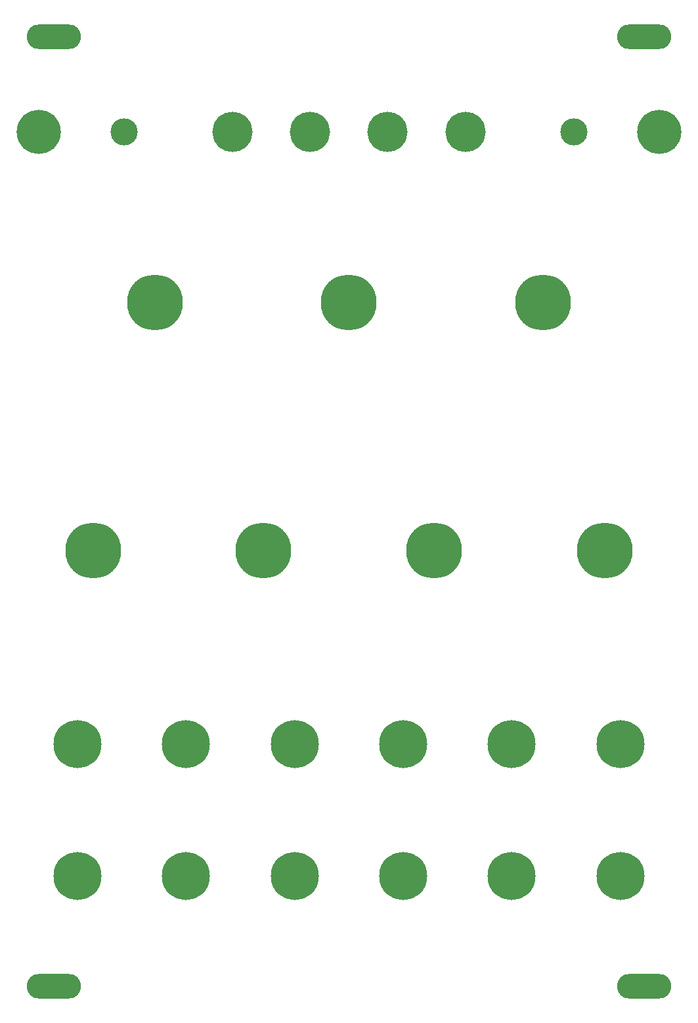
<source format=gts>
G04 #@! TF.GenerationSoftware,KiCad,Pcbnew,8.0.5*
G04 #@! TF.CreationDate,2024-11-24T11:42:18+01:00*
G04 #@! TF.ProjectId,wolkje-panel,776f6c6b-6a65-42d7-9061-6e656c2e6b69,rev?*
G04 #@! TF.SameCoordinates,Original*
G04 #@! TF.FileFunction,Soldermask,Top*
G04 #@! TF.FilePolarity,Negative*
%FSLAX46Y46*%
G04 Gerber Fmt 4.6, Leading zero omitted, Abs format (unit mm)*
G04 Created by KiCad (PCBNEW 8.0.5) date 2024-11-24 11:42:18*
%MOMM*%
%LPD*%
G01*
G04 APERTURE LIST*
%ADD10O,7.000000X3.200000*%
%ADD11C,7.200000*%
%ADD12C,6.200000*%
%ADD13C,5.700000*%
%ADD14C,5.200000*%
%ADD15C,3.500000*%
G04 APERTURE END LIST*
D10*
X133050000Y-166250000D03*
X56950000Y-43750000D03*
D11*
X106000000Y-110000000D03*
X70000000Y-78000000D03*
X62000000Y-110000000D03*
D12*
X102000000Y-135000000D03*
D11*
X95000000Y-78000000D03*
X120000000Y-78000000D03*
D12*
X74000000Y-152000000D03*
D11*
X84000000Y-110000000D03*
D10*
X56950000Y-166250000D03*
D13*
X55000000Y-56000000D03*
D12*
X116000000Y-152000000D03*
X88000000Y-152000000D03*
X74000000Y-135000000D03*
D14*
X90000000Y-56000000D03*
D12*
X130000000Y-152000000D03*
D15*
X66000000Y-56000000D03*
D14*
X110000000Y-56000000D03*
X100000000Y-56000000D03*
D10*
X133050000Y-43750000D03*
D15*
X124000000Y-56000000D03*
D12*
X102000000Y-152000000D03*
X60000000Y-135000000D03*
D13*
X135000000Y-56000000D03*
D14*
X80000000Y-56000000D03*
D12*
X60000000Y-152000000D03*
D11*
X128000000Y-110000000D03*
D12*
X88000000Y-135000000D03*
X116000000Y-135000000D03*
X130000000Y-135000000D03*
X60000000Y-135000000D03*
D11*
X120000000Y-78000000D03*
X84000000Y-110000000D03*
D12*
X74000000Y-135000000D03*
D11*
X70000000Y-78000000D03*
X95000000Y-78000000D03*
D12*
X88000000Y-135000000D03*
X116000000Y-135000000D03*
X116000000Y-152000000D03*
X74000000Y-152000000D03*
D11*
X62000000Y-110000000D03*
D12*
X88000000Y-152000000D03*
D11*
X106000000Y-110000000D03*
D12*
X102000000Y-135000000D03*
X130000000Y-152000000D03*
D11*
X128000000Y-110000000D03*
D12*
X102000000Y-152000000D03*
X60000000Y-152000000D03*
X130000000Y-135000000D03*
M02*

</source>
